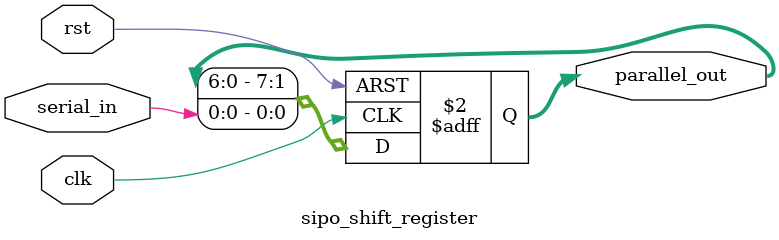
<source format=v>
module sipo_shift_register (
    input wire clk,       // Clock signal
    input wire rst,       // Reset (active high)
    input wire serial_in, // Serial data input
    output reg [7:0] parallel_out // Parallel output
);

    always @(posedge clk or posedge rst) begin
        if (rst)
            parallel_out <= 8'b0; // Reset output to 0
        else
            parallel_out <= {parallel_out[6:0], serial_in}; // Shift operation
    end

endmodule

</source>
